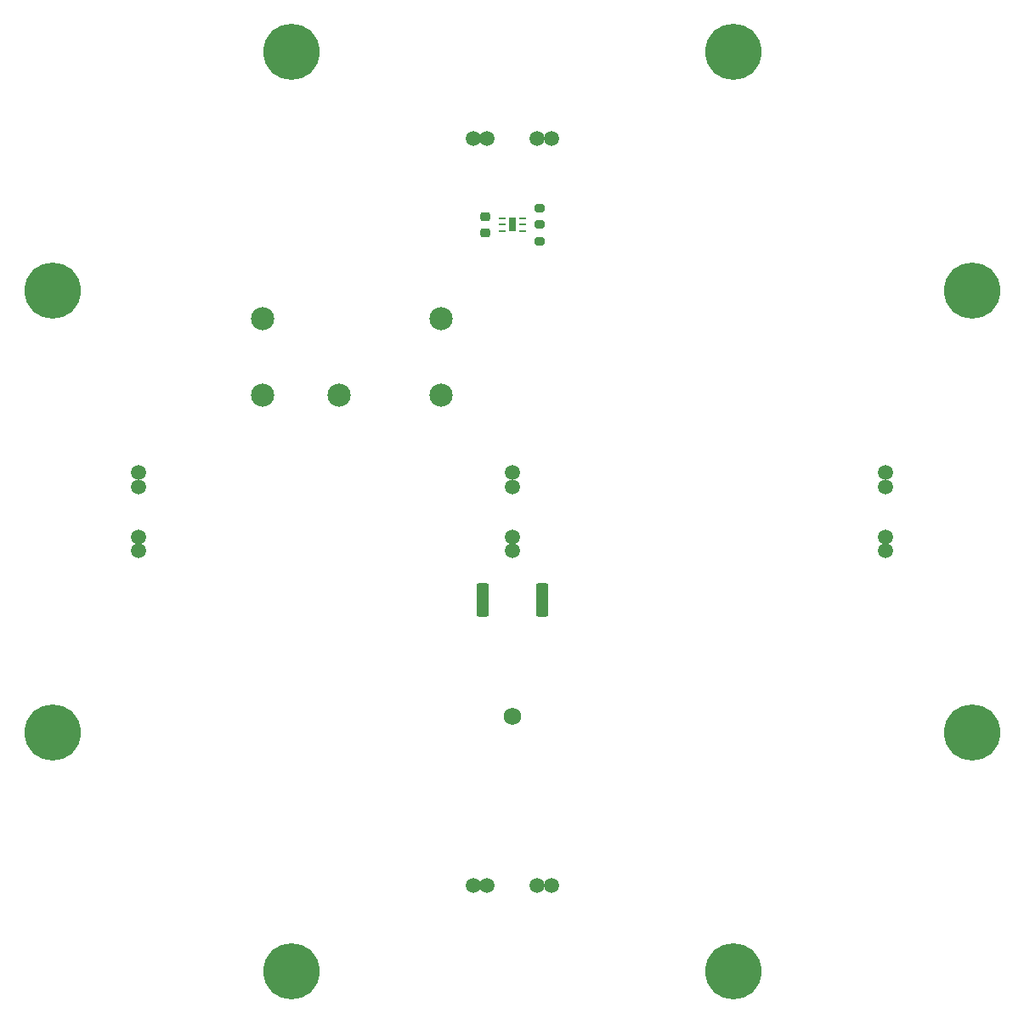
<source format=gbr>
%TF.GenerationSoftware,KiCad,Pcbnew,9.0.1*%
%TF.CreationDate,2025-06-25T17:22:12-04:00*%
%TF.ProjectId,-Z,2d5a2e6b-6963-4616-945f-706362585858,rev?*%
%TF.SameCoordinates,Original*%
%TF.FileFunction,Soldermask,Top*%
%TF.FilePolarity,Negative*%
%FSLAX46Y46*%
G04 Gerber Fmt 4.6, Leading zero omitted, Abs format (unit mm)*
G04 Created by KiCad (PCBNEW 9.0.1) date 2025-06-25 17:22:12*
%MOMM*%
%LPD*%
G01*
G04 APERTURE LIST*
G04 Aperture macros list*
%AMRoundRect*
0 Rectangle with rounded corners*
0 $1 Rounding radius*
0 $2 $3 $4 $5 $6 $7 $8 $9 X,Y pos of 4 corners*
0 Add a 4 corners polygon primitive as box body*
4,1,4,$2,$3,$4,$5,$6,$7,$8,$9,$2,$3,0*
0 Add four circle primitives for the rounded corners*
1,1,$1+$1,$2,$3*
1,1,$1+$1,$4,$5*
1,1,$1+$1,$6,$7*
1,1,$1+$1,$8,$9*
0 Add four rect primitives between the rounded corners*
20,1,$1+$1,$2,$3,$4,$5,0*
20,1,$1+$1,$4,$5,$6,$7,0*
20,1,$1+$1,$6,$7,$8,$9,0*
20,1,$1+$1,$8,$9,$2,$3,0*%
G04 Aperture macros list end*
%ADD10C,0.762000*%
%ADD11C,3.800000*%
%ADD12C,5.600000*%
%ADD13RoundRect,0.200000X0.275000X-0.200000X0.275000X0.200000X-0.275000X0.200000X-0.275000X-0.200000X0*%
%ADD14C,1.500000*%
%ADD15R,0.660400X0.254000*%
%ADD16R,0.762000X1.447800*%
%ADD17C,1.727200*%
%ADD18RoundRect,0.225000X-0.250000X0.225000X-0.250000X-0.225000X0.250000X-0.225000X0.250000X0.225000X0*%
%ADD19RoundRect,0.250000X-0.362500X-1.425000X0.362500X-1.425000X0.362500X1.425000X-0.362500X1.425000X0*%
%ADD20C,2.304000*%
G04 APERTURE END LIST*
D10*
%TO.C,H2*%
X144200001Y-145800000D03*
X143555751Y-147355750D03*
X143555751Y-144244250D03*
X142000001Y-148000000D03*
D11*
X142000001Y-145800000D03*
D12*
X142000001Y-145800000D03*
D10*
X142000001Y-143600000D03*
X140444251Y-147355750D03*
X140444251Y-144244250D03*
X139800001Y-145800000D03*
%TD*%
D13*
%TO.C,R1*%
X166692401Y-71399600D03*
X166692401Y-69749600D03*
%TD*%
%TO.C,R2*%
X166692400Y-73050600D03*
X166692400Y-71400600D03*
%TD*%
D14*
%TO.C,JP5*%
X164000001Y-96100000D03*
X164000001Y-97499999D03*
X164000001Y-102499999D03*
X164000001Y-103899998D03*
%TD*%
D10*
%TO.C,H8*%
X212000000Y-121999999D03*
X211355750Y-123555749D03*
X211355750Y-120444249D03*
X209800000Y-124199999D03*
D11*
X209800000Y-121999999D03*
D12*
X209800000Y-121999999D03*
D10*
X209800000Y-119799999D03*
X208244250Y-123555749D03*
X208244250Y-120444249D03*
X207600000Y-121999999D03*
%TD*%
%TO.C,H5*%
X144200001Y-54200000D03*
X143555751Y-55755750D03*
X143555751Y-52644250D03*
X142000001Y-56400000D03*
D11*
X142000001Y-54200000D03*
D12*
X142000001Y-54200000D03*
D10*
X142000001Y-52000000D03*
X140444251Y-55755750D03*
X140444251Y-52644250D03*
X139800001Y-54200000D03*
%TD*%
D15*
%TO.C,U1*%
X162971301Y-70749601D03*
X162971301Y-71399600D03*
X162971301Y-72049599D03*
X165028701Y-72049599D03*
X165028701Y-71399600D03*
X165028701Y-70749601D03*
D16*
X164000001Y-71399600D03*
%TD*%
D10*
%TO.C,H7*%
X212000000Y-78000000D03*
X211355750Y-79555750D03*
X211355750Y-76444250D03*
X209800000Y-80200000D03*
D11*
X209800000Y-78000000D03*
D12*
X209800000Y-78000000D03*
D10*
X209800000Y-75800000D03*
X208244250Y-79555750D03*
X208244250Y-76444250D03*
X207600000Y-78000000D03*
%TD*%
D17*
%TO.C,AE3*%
X164000000Y-120400000D03*
%TD*%
D18*
%TO.C,C1*%
X161307600Y-70624599D03*
X161307600Y-72174599D03*
%TD*%
D14*
%TO.C,JP1*%
X167900000Y-62789000D03*
X166500001Y-62789000D03*
X161500001Y-62789000D03*
X160100002Y-62789000D03*
%TD*%
D10*
%TO.C,H4*%
X120400001Y-78000000D03*
X119755751Y-79555750D03*
X119755751Y-76444250D03*
X118200001Y-80200000D03*
D11*
X118200001Y-78000000D03*
D12*
X118200001Y-78000000D03*
D10*
X118200001Y-75800000D03*
X116644251Y-79555750D03*
X116644251Y-76444250D03*
X116000001Y-78000000D03*
%TD*%
D19*
%TO.C,R36*%
X161037501Y-108788400D03*
X166962501Y-108788400D03*
%TD*%
D10*
%TO.C,H3*%
X120400001Y-121999999D03*
X119755751Y-123555749D03*
X119755751Y-120444249D03*
X118200001Y-124199999D03*
D11*
X118200001Y-121999999D03*
D12*
X118200001Y-121999999D03*
D10*
X118200001Y-119799999D03*
X116644251Y-123555749D03*
X116644251Y-120444249D03*
X116000001Y-121999999D03*
%TD*%
D14*
%TO.C,JP4*%
X126789000Y-103899999D03*
X126789000Y-102500000D03*
X126789000Y-97500000D03*
X126789000Y-96100001D03*
%TD*%
D10*
%TO.C,H1*%
X188200000Y-145800000D03*
X187555750Y-147355750D03*
X187555750Y-144244250D03*
X186000000Y-148000000D03*
D11*
X186000000Y-145800000D03*
D12*
X186000000Y-145800000D03*
D10*
X186000000Y-143600000D03*
X184444250Y-147355750D03*
X184444250Y-144244250D03*
X183800000Y-145800000D03*
%TD*%
%TO.C,H6*%
X188200000Y-54200000D03*
X187555750Y-55755750D03*
X187555750Y-52644250D03*
X186000000Y-56400000D03*
D11*
X186000000Y-54200000D03*
D12*
X186000000Y-54200000D03*
D10*
X186000000Y-52000000D03*
X184444250Y-55755750D03*
X184444250Y-52644250D03*
X183800000Y-54200000D03*
%TD*%
D20*
%TO.C,U2*%
X146793600Y-88417600D03*
X139173600Y-80797600D03*
X139173600Y-88417600D03*
X156953600Y-88417600D03*
X156953600Y-80797600D03*
%TD*%
D14*
%TO.C,JP3*%
X201211001Y-97500000D03*
X201211001Y-96100001D03*
X201211001Y-103899999D03*
X201211001Y-102500000D03*
%TD*%
%TO.C,JP2*%
X161500001Y-137211000D03*
X160100002Y-137211000D03*
X167900000Y-137211000D03*
X166500001Y-137211000D03*
%TD*%
M02*

</source>
